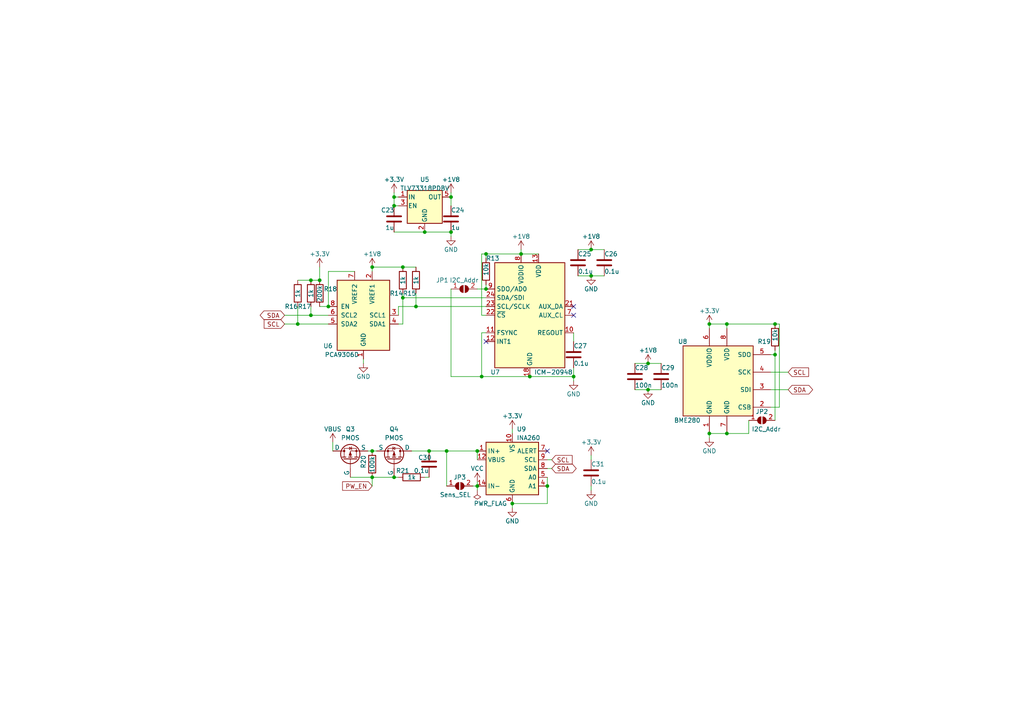
<source format=kicad_sch>
(kicad_sch (version 20230121) (generator eeschema)
  (paper "A4")
  (lib_symbols
    (symbol "Device:C" (pin_numbers hide) (pin_names (offset 0.254))
      (property "Reference" "C" (at 0.635 2.54 0))
      (property "Value" "C" (at 0.635 -2.54 0))
      (symbol "C_0_1"
        (polyline (pts (xy -2.032 -0.762) (xy 2.032 -0.762)) (stroke (width 0.508)))
        (polyline (pts (xy -2.032 0.762) (xy 2.032 0.762)) (stroke (width 0.508)))
      )
      (symbol "C_1_1"
        (pin passive line (at 0 3.81 270) (length 2.794) (name "~") (number "1"))
        (pin passive line (at 0 -3.81 90) (length 2.794) (name "~") (number "2"))
      )
    )
    (symbol "Device:R" (pin_numbers hide) (pin_names (offset 0))
      (property "Reference" "R" (at 2.032 0 90))
      (property "Value" "R" (at 0 0 90))
      (symbol "R_0_1"
        (rectangle (start -1.016 -2.54) (end 1.016 2.54) (stroke (width 0.254)))
      )
      (symbol "R_1_1"
        (pin passive line (at 0 3.81 270) (length 1.27) (name "~") (number "1"))
        (pin passive line (at 0 -3.81 90) (length 1.27) (name "~") (number "2"))
      )
    )
    (symbol "Interface:PCA9306D" (pin_names (offset 1.016))
      (property "Reference" "U" (at -7.62 11.43 0))
      (property "Value" "PCA9306D" (at 3.81 11.43 0))
      (symbol "PCA9306D_0_1"
        (rectangle (start -7.62 10.16) (end 7.62 -10.16) (stroke (width 0.254)) (fill (type background)))
      )
      (symbol "PCA9306D_1_1"
        (pin power_in line (at 0 -12.7 90) (length 2.54) (name "GND") (number "1"))
        (pin power_in line (at -2.54 12.7 270) (length 2.54) (name "VREF1") (number "2"))
        (pin bidirectional line (at -10.16 0 0) (length 2.54) (name "SCL1") (number "3"))
        (pin bidirectional line (at -10.16 -2.54 0) (length 2.54) (name "SDA1") (number "4"))
        (pin bidirectional line (at 10.16 -2.54 180) (length 2.54) (name "SDA2") (number "5"))
        (pin bidirectional line (at 10.16 0 180) (length 2.54) (name "SCL2") (number "6"))
        (pin power_in line (at 2.54 12.7 270) (length 2.54) (name "VREF2") (number "7"))
        (pin input line (at 10.16 2.54 180) (length 2.54) (name "EN") (number "8"))
      )
    )
    (symbol "Jumper:SolderJumper_2_Open" (pin_names (offset 0) hide)
      (property "Reference" "JP" (at 0 2.032 0))
      (property "Value" "SolderJumper_2_Open" (at 0 -2.54 0))
      (symbol "SolderJumper_2_Open_0_1"
        (arc (start -0.254 1.016) (mid -1.2656 0) (end -0.254 -1.016))
        (arc (start -0.254 1.016) (mid -1.2656 0) (end -0.254 -1.016) (fill (type outline)))
        (polyline (pts (xy -0.254 1.016) (xy -0.254 -1.016)))
        (polyline (pts (xy 0.254 1.016) (xy 0.254 -1.016)))
        (arc (start 0.254 -1.016) (mid 1.2656 0) (end 0.254 1.016))
        (arc (start 0.254 -1.016) (mid 1.2656 0) (end 0.254 1.016) (fill (type outline)))
      )
      (symbol "SolderJumper_2_Open_1_1"
        (pin passive line (at -3.81 0 0) (length 2.54) (name "A") (number "1"))
        (pin passive line (at 3.81 0 180) (length 2.54) (name "B") (number "2"))
      )
    )
    (symbol "Regulator_Linear:TLV73318PDBV" (pin_names (offset 0.254))
      (property "Reference" "U" (at -3.81 5.715 0))
      (property "Value" "TLV73318PDBV" (at 0 5.715 0))
      (symbol "TLV73318PDBV_0_1"
        (rectangle (start -5.08 4.445) (end 5.08 -5.08) (stroke (width 0.254)) (fill (type background)))
      )
      (symbol "TLV73318PDBV_1_1"
        (pin power_in line (at -7.62 2.54 0) (length 2.54) (name "IN") (number "1"))
        (pin power_in line (at 0 -7.62 90) (length 2.54) (name "GND") (number "2"))
        (pin input line (at -7.62 0 0) (length 2.54) (name "EN") (number "3"))
        (pin no_connect line (at 5.08 0 180) (length 2.54) hide (name "NC") (number "4"))
        (pin power_out line (at 7.62 2.54 180) (length 2.54) (name "OUT") (number "5"))
      )
    )
    (symbol "Sensor:BME280"
      (property "Reference" "U" (at -8.89 11.43 0))
      (property "Value" "BME280" (at 7.62 11.43 0))
      (symbol "BME280_0_1"
        (rectangle (start -10.16 10.16) (end 10.16 -10.16) (stroke (width 0.254)) (fill (type background)))
      )
      (symbol "BME280_1_1"
        (pin power_in line (at -2.54 -15.24 90) (length 5.08) (name "GND") (number "1"))
        (pin input line (at 15.24 -7.62 180) (length 5.08) (name "CSB") (number "2"))
        (pin bidirectional line (at 15.24 -2.54 180) (length 5.08) (name "SDI") (number "3"))
        (pin input line (at 15.24 2.54 180) (length 5.08) (name "SCK") (number "4"))
        (pin bidirectional line (at 15.24 7.62 180) (length 5.08) (name "SDO") (number "5"))
        (pin power_in line (at -2.54 15.24 270) (length 5.08) (name "VDDIO") (number "6"))
        (pin power_in line (at 2.54 -15.24 90) (length 5.08) (name "GND") (number "7"))
        (pin power_in line (at 2.54 15.24 270) (length 5.08) (name "VDD") (number "8"))
      )
    )
    (symbol "Sensor:INA260"
      (property "Reference" "U" (at -6.35 8.89 0))
      (property "Value" "INA260" (at 2.54 8.89 0))
      (symbol "INA260_0_1"
        (rectangle (start -7.62 7.62) (end 7.62 -7.62) (stroke (width 0.254)) (fill (type background)))
      )
      (symbol "INA260_1_1"
        (pin passive line (at -10.16 5.08 0) (length 2.54) (name "IN+") (number "1"))
        (pin power_in line (at 0 10.16 270) (length 2.54) (name "VS") (number "10"))
        (pin passive line (at 0 -10.16 90) (length 2.54) hide (name "GND") (number "11"))
        (pin passive line (at -10.16 2.54 0) (length 2.54) (name "VBUS") (number "12"))
        (pin no_connect line (at 2.54 -7.62 90) (length 2.54) hide (name "NC") (number "13"))
        (pin passive line (at -10.16 -5.08 0) (length 2.54) (name "IN-") (number "14"))
        (pin passive line (at -10.16 -5.08 0) (length 2.54) hide (name "IN-") (number "15"))
        (pin passive line (at -10.16 -5.08 0) (length 2.54) hide (name "IN-") (number "16"))
        (pin passive line (at -10.16 5.08 0) (length 2.54) hide (name "IN+") (number "2"))
        (pin passive line (at -10.16 5.08 0) (length 2.54) hide (name "IN+") (number "3"))
        (pin input line (at 10.16 -5.08 180) (length 2.54) (name "A1") (number "4"))
        (pin input line (at 10.16 -2.54 180) (length 2.54) (name "A0") (number "5"))
        (pin power_in line (at 0 -10.16 90) (length 2.54) (name "GND") (number "6"))
        (pin open_collector line (at 10.16 5.08 180) (length 2.54) (name "ALERT") (number "7"))
        (pin bidirectional line (at 10.16 0 180) (length 2.54) (name "SDA") (number "8"))
        (pin input line (at 10.16 2.54 180) (length 2.54) (name "SCL") (number "9"))
      )
    )
    (symbol "Sensor_Motion:ICM-20948"
      (property "Reference" "U" (at -11.43 16.51 0))
      (property "Value" "ICM-20948" (at 7.62 -16.51 0))
      (symbol "ICM-20948_0_1"
        (rectangle (start -10.16 15.24) (end 10.16 -15.24) (stroke (width 0.254)) (fill (type background)))
      )
      (symbol "ICM-20948_1_1"
        (pin no_connect line (at -10.16 12.7 0) (length 2.54) hide (name "NC") (number "1"))
        (pin passive line (at 12.7 -5.08 180) (length 2.54) (name "REGOUT") (number "10"))
        (pin input line (at -12.7 -5.08 0) (length 2.54) (name "FSYNC") (number "11"))
        (pin output line (at -12.7 -7.62 0) (length 2.54) (name "INT1") (number "12"))
        (pin power_in line (at 2.54 17.78 270) (length 2.54) (name "VDD") (number "13"))
        (pin no_connect line (at 10.16 7.62 180) (length 2.54) hide (name "NC") (number "14"))
        (pin no_connect line (at 10.16 5.08 180) (length 2.54) hide (name "NC") (number "15"))
        (pin no_connect line (at 10.16 -7.62 180) (length 2.54) hide (name "NC") (number "16"))
        (pin no_connect line (at 10.16 -10.16 180) (length 2.54) hide (name "NC") (number "17"))
        (pin power_in line (at 0 -17.78 90) (length 2.54) (name "GND") (number "18"))
        (pin no_connect line (at 10.16 -12.7 180) (length 2.54) hide (name "RESV") (number "19"))
        (pin no_connect line (at -10.16 10.16 0) (length 2.54) hide (name "NC") (number "2"))
        (pin passive line (at 0 -17.78 90) (length 2.54) hide (name "GND") (number "20"))
        (pin bidirectional line (at 12.7 2.54 180) (length 2.54) (name "AUX_DA") (number "21"))
        (pin input line (at -12.7 0 0) (length 2.54) (name "~{CS}") (number "22"))
        (pin input line (at -12.7 2.54 0) (length 2.54) (name "SCL/SCLK") (number "23"))
        (pin bidirectional line (at -12.7 5.08 0) (length 2.54) (name "SDA/SDI") (number "24"))
        (pin no_connect line (at -10.16 -2.54 0) (length 2.54) hide (name "NC") (number "3"))
        (pin no_connect line (at -10.16 -10.16 0) (length 2.54) hide (name "NC") (number "4"))
        (pin no_connect line (at -10.16 -12.7 0) (length 2.54) hide (name "NC") (number "5"))
        (pin no_connect line (at 10.16 10.16 180) (length 2.54) hide (name "NC") (number "6"))
        (pin output line (at 12.7 0 180) (length 2.54) (name "AUX_CL") (number "7"))
        (pin power_in line (at -2.54 17.78 270) (length 2.54) (name "VDDIO") (number "8"))
        (pin bidirectional line (at -12.7 7.62 0) (length 2.54) (name "SDO/AD0") (number "9"))
      )
    )
    (symbol "Simulation_SPICE:PMOS" (pin_numbers hide) (pin_names (offset 0))
      (property "Reference" "Q" (at 5.08 1.27 0))
      (property "Value" "PMOS" (at 5.08 -1.27 0))
      (symbol "PMOS_0_1"
        (polyline (pts (xy 0.254 0) (xy -2.54 0)))
        (polyline (pts (xy 0.254 1.905) (xy 0.254 -1.905)) (stroke (width 0.254)))
        (polyline (pts (xy 0.762 -1.27) (xy 0.762 -2.286)) (stroke (width 0.254)))
        (polyline (pts (xy 0.762 0.508) (xy 0.762 -0.508)) (stroke (width 0.254)))
        (polyline (pts (xy 0.762 2.286) (xy 0.762 1.27)) (stroke (width 0.254)))
        (polyline (pts (xy 2.54 2.54) (xy 2.54 1.778)))
        (polyline (pts (xy 2.54 -2.54) (xy 2.54 0) (xy 0.762 0)))
        (polyline (pts (xy 0.762 1.778) (xy 3.302 1.778) (xy 3.302 -1.778) (xy 0.762 -1.778)))
        (polyline (pts (xy 2.286 0) (xy 1.27 0.381) (xy 1.27 -0.381) (xy 2.286 0)) (fill (type outline)))
        (polyline (pts (xy 2.794 -0.508) (xy 2.921 -0.381) (xy 3.683 -0.381) (xy 3.81 -0.254)))
        (polyline (pts (xy 3.302 -0.381) (xy 2.921 0.254) (xy 3.683 0.254) (xy 3.302 -0.381)))
        (circle (center 1.651 0) (radius 2.794) (stroke (width 0.254)))
        (circle (center 2.54 -1.778) (radius 0.254) (fill (type outline)))
        (circle (center 2.54 1.778) (radius 0.254) (fill (type outline)))
      )
      (symbol "PMOS_1_1"
        (pin passive line (at 2.54 5.08 270) (length 2.54) (name "D") (number "1"))
        (pin input line (at -5.08 0 0) (length 2.54) (name "G") (number "2"))
        (pin passive line (at 2.54 -5.08 90) (length 2.54) (name "S") (number "3"))
      )
    )
    (symbol "power:+1V8" (power) (pin_names (offset 0))
      (property "Value" "+1V8" (at 0 3.556 0))
      (symbol "+1V8_0_1"
        (polyline (pts (xy -0.762 1.27) (xy 0 2.54)))
        (polyline (pts (xy 0 0) (xy 0 2.54)))
        (polyline (pts (xy 0 2.54) (xy 0.762 1.27)))
      )
      (symbol "+1V8_1_1"
        (pin power_in line (at 0 0 90) (length 0) hide (name "+1V8") (number "1"))
      )
    )
    (symbol "power:+3.3V" (power) (pin_names (offset 0))
      (property "Value" "+3.3V" (at 0 3.556 0))
      (symbol "+3.3V_0_1"
        (polyline (pts (xy -0.762 1.27) (xy 0 2.54)))
        (polyline (pts (xy 0 0) (xy 0 2.54)))
        (polyline (pts (xy 0 2.54) (xy 0.762 1.27)))
      )
      (symbol "+3.3V_1_1"
        (pin power_in line (at 0 0 90) (length 0) hide (name "+3.3V") (number "1"))
      )
    )
    (symbol "power:GND" (power) (pin_names (offset 0))
      (property "Value" "GND" (at 0 -3.81 0))
      (symbol "GND_0_1"
        (polyline (pts (xy 0 0) (xy 0 -1.27) (xy 1.27 -1.27) (xy 0 -2.54) (xy -1.27 -1.27) (xy 0 -1.27)))
      )
      (symbol "GND_1_1"
        (pin power_in line (at 0 0 270) (length 0) hide (name "GND") (number "1"))
      )
    )
    (symbol "power:PWR_FLAG" (power) (pin_numbers hide) (pin_names (offset 0) hide)
      (property "Value" "PWR_FLAG" (at 0 3.81 0))
      (symbol "PWR_FLAG_0_0"
        (pin power_out line (at 0 0 90) (length 0) (name "pwr") (number "1"))
      )
      (symbol "PWR_FLAG_0_1"
        (polyline (pts (xy 0 0) (xy 0 1.27) (xy -1.016 1.905) (xy 0 2.54) (xy 1.016 1.905) (xy 0 1.27)))
      )
    )
    (symbol "power:VBUS" (power) (pin_names (offset 0))
      (property "Value" "VBUS" (at 0 3.81 0))
      (symbol "VBUS_0_1"
        (polyline (pts (xy -0.762 1.27) (xy 0 2.54)))
        (polyline (pts (xy 0 0) (xy 0 2.54)))
        (polyline (pts (xy 0 2.54) (xy 0.762 1.27)))
      )
      (symbol "VBUS_1_1"
        (pin power_in line (at 0 0 90) (length 0) hide (name "VBUS") (number "1"))
      )
    )
    (symbol "power:VCC" (power) (pin_names (offset 0))
      (property "Value" "VCC" (at 0 3.81 0))
      (symbol "VCC_0_1"
        (polyline (pts (xy -0.762 1.27) (xy 0 2.54)))
        (polyline (pts (xy 0 0) (xy 0 2.54)))
        (polyline (pts (xy 0 2.54) (xy 0.762 1.27)))
      )
      (symbol "VCC_1_1"
        (pin power_in line (at 0 0 90) (length 0) hide (name "VCC") (number "1"))
      )
    )
  )
  (junction (at 138.43 130.81))
  (junction (at 158.75 140.97))
  (junction (at 205.74 93.98))
  (junction (at 151.13 73.66))
  (junction (at 187.96 105.41))
  (junction (at 86.36 93.98))
  (junction (at 138.43 140.97))
  (junction (at 114.3 138.43))
  (junction (at 107.95 138.43))
  (junction (at 129.54 130.81))
  (junction (at 116.84 86.36))
  (junction (at 224.79 93.98))
  (junction (at 114.3 59.69))
  (junction (at 148.59 146.05))
  (junction (at 205.74 125.73))
  (junction (at 171.45 80.01))
  (junction (at 116.84 77.47))
  (junction (at 130.81 57.15))
  (junction (at 187.96 113.03))
  (junction (at 123.19 67.31))
  (junction (at 166.37 109.22))
  (junction (at 92.71 81.28))
  (junction (at 114.3 57.15))
  (junction (at 90.17 91.44))
  (junction (at 210.82 125.73))
  (junction (at 90.17 81.28))
  (junction (at 224.79 102.87))
  (junction (at 140.97 83.82))
  (junction (at 139.7 109.22))
  (junction (at 153.67 109.22))
  (junction (at 171.45 72.39))
  (junction (at 107.95 130.81))
  (junction (at 120.65 88.9))
  (junction (at 95.25 88.9))
  (junction (at 107.95 77.47))
  (junction (at 124.46 130.81))
  (junction (at 210.82 93.98))
  (junction (at 130.81 67.31))
  (junction (at 140.97 73.66))
  (no_connect (at 166.37 91.44))
  (no_connect (at 166.37 88.9))
  (no_connect (at 140.97 99.06))
  (no_connect (at 158.75 130.81))
  (wire (pts (xy 120.65 88.9) (xy 140.97 88.9)))
  (wire (pts (xy 138.43 140.97) (xy 138.43 142.24)))
  (wire (pts (xy 158.75 140.97) (xy 158.75 146.05)))
  (wire (pts (xy 105.41 104.14) (xy 105.41 105.41)))
  (wire (pts (xy 107.95 77.47) (xy 116.84 77.47)))
  (wire (pts (xy 158.75 133.35) (xy 160.02 133.35)))
  (wire (pts (xy 107.95 130.81) (xy 109.22 130.81)))
  (wire (pts (xy 114.3 55.88) (xy 114.3 57.15)))
  (wire (pts (xy 151.13 73.66) (xy 156.21 73.66)))
  (wire (pts (xy 166.37 109.22) (xy 166.37 110.49)))
  (wire (pts (xy 92.71 77.47) (xy 92.71 81.28)))
  (wire (pts (xy 166.37 106.68) (xy 166.37 109.22)))
  (wire (pts (xy 120.65 85.09) (xy 120.65 88.9)))
  (wire (pts (xy 153.67 109.22) (xy 166.37 109.22)))
  (wire (pts (xy 137.16 140.97) (xy 138.43 140.97)))
  (wire (pts (xy 171.45 132.08) (xy 171.45 133.35)))
  (wire (pts (xy 116.84 85.09) (xy 116.84 86.36)))
  (wire (pts (xy 139.7 73.66) (xy 140.97 73.66)))
  (wire (pts (xy 223.52 113.03) (xy 228.6 113.03)))
  (wire (pts (xy 107.95 77.47) (xy 107.95 78.74)))
  (wire (pts (xy 138.43 83.82) (xy 140.97 83.82)))
  (wire (pts (xy 158.75 138.43) (xy 158.75 140.97)))
  (wire (pts (xy 119.38 130.81) (xy 124.46 130.81)))
  (wire (pts (xy 148.59 146.05) (xy 148.59 147.32)))
  (wire (pts (xy 107.95 138.43) (xy 107.95 140.97)))
  (wire (pts (xy 140.97 91.44) (xy 139.7 91.44)))
  (wire (pts (xy 171.45 72.39) (xy 175.26 72.39)))
  (wire (pts (xy 139.7 109.22) (xy 153.67 109.22)))
  (wire (pts (xy 184.15 105.41) (xy 187.96 105.41)))
  (wire (pts (xy 86.36 88.9) (xy 86.36 93.98)))
  (wire (pts (xy 130.81 57.15) (xy 130.81 59.69)))
  (wire (pts (xy 138.43 139.7) (xy 138.43 140.97)))
  (wire (pts (xy 140.97 73.66) (xy 151.13 73.66)))
  (wire (pts (xy 187.96 105.41) (xy 191.77 105.41)))
  (wire (pts (xy 223.52 107.95) (xy 228.6 107.95)))
  (wire (pts (xy 116.84 93.98) (xy 116.84 86.36)))
  (wire (pts (xy 95.25 88.9) (xy 92.71 88.9)))
  (wire (pts (xy 140.97 82.55) (xy 140.97 83.82)))
  (wire (pts (xy 114.3 138.43) (xy 115.57 138.43)))
  (wire (pts (xy 86.36 93.98) (xy 82.55 93.98)))
  (wire (pts (xy 115.57 88.9) (xy 115.57 91.44)))
  (wire (pts (xy 123.19 67.31) (xy 130.81 67.31)))
  (wire (pts (xy 158.75 146.05) (xy 148.59 146.05)))
  (wire (pts (xy 96.52 128.27) (xy 96.52 130.81)))
  (wire (pts (xy 107.95 138.43) (xy 114.3 138.43)))
  (wire (pts (xy 114.3 57.15) (xy 114.3 59.69)))
  (wire (pts (xy 226.06 93.98) (xy 226.06 118.11)))
  (wire (pts (xy 223.52 118.11) (xy 226.06 118.11)))
  (wire (pts (xy 205.74 125.73) (xy 205.74 127)))
  (wire (pts (xy 130.81 55.88) (xy 130.81 57.15)))
  (wire (pts (xy 106.68 130.81) (xy 107.95 130.81)))
  (wire (pts (xy 171.45 80.01) (xy 175.26 80.01)))
  (wire (pts (xy 223.52 102.87) (xy 224.79 102.87)))
  (wire (pts (xy 217.17 125.73) (xy 210.82 125.73)))
  (wire (pts (xy 224.79 102.87) (xy 224.79 121.92)))
  (wire (pts (xy 167.64 72.39) (xy 171.45 72.39)))
  (wire (pts (xy 139.7 91.44) (xy 139.7 73.66)))
  (wire (pts (xy 130.81 67.31) (xy 130.81 68.58)))
  (wire (pts (xy 130.81 83.82) (xy 130.81 109.22)))
  (wire (pts (xy 115.57 93.98) (xy 116.84 93.98)))
  (wire (pts (xy 151.13 72.39) (xy 151.13 73.66)))
  (wire (pts (xy 124.46 130.81) (xy 129.54 130.81)))
  (wire (pts (xy 166.37 96.52) (xy 166.37 99.06)))
  (wire (pts (xy 167.64 80.01) (xy 171.45 80.01)))
  (wire (pts (xy 224.79 93.98) (xy 226.06 93.98)))
  (wire (pts (xy 130.81 109.22) (xy 139.7 109.22)))
  (wire (pts (xy 138.43 130.81) (xy 138.43 133.35)))
  (wire (pts (xy 129.54 130.81) (xy 138.43 130.81)))
  (wire (pts (xy 114.3 59.69) (xy 115.57 59.69)))
  (wire (pts (xy 205.74 93.98) (xy 205.74 95.25)))
  (wire (pts (xy 86.36 81.28) (xy 90.17 81.28)))
  (wire (pts (xy 184.15 113.03) (xy 187.96 113.03)))
  (wire (pts (xy 140.97 96.52) (xy 139.7 96.52)))
  (wire (pts (xy 86.36 93.98) (xy 95.25 93.98)))
  (wire (pts (xy 210.82 93.98) (xy 224.79 93.98)))
  (wire (pts (xy 217.17 121.92) (xy 217.17 125.73)))
  (wire (pts (xy 114.3 67.31) (xy 123.19 67.31)))
  (wire (pts (xy 115.57 57.15) (xy 114.3 57.15)))
  (wire (pts (xy 116.84 86.36) (xy 140.97 86.36)))
  (wire (pts (xy 205.74 93.98) (xy 210.82 93.98)))
  (wire (pts (xy 140.97 73.66) (xy 140.97 74.93)))
  (wire (pts (xy 171.45 140.97) (xy 171.45 142.24)))
  (wire (pts (xy 205.74 125.73) (xy 210.82 125.73)))
  (wire (pts (xy 95.25 78.74) (xy 95.25 88.9)))
  (wire (pts (xy 187.96 113.03) (xy 191.77 113.03)))
  (wire (pts (xy 129.54 130.81) (xy 129.54 140.97)))
  (wire (pts (xy 90.17 91.44) (xy 95.25 91.44)))
  (wire (pts (xy 90.17 88.9) (xy 90.17 91.44)))
  (wire (pts (xy 116.84 77.47) (xy 120.65 77.47)))
  (wire (pts (xy 101.6 138.43) (xy 107.95 138.43)))
  (wire (pts (xy 158.75 135.89) (xy 160.02 135.89)))
  (wire (pts (xy 224.79 101.6) (xy 224.79 102.87)))
  (wire (pts (xy 82.55 91.44) (xy 90.17 91.44)))
  (wire (pts (xy 123.19 138.43) (xy 124.46 138.43)))
  (wire (pts (xy 139.7 96.52) (xy 139.7 109.22)))
  (wire (pts (xy 148.59 124.46) (xy 148.59 125.73)))
  (wire (pts (xy 210.82 93.98) (xy 210.82 95.25)))
  (wire (pts (xy 90.17 81.28) (xy 92.71 81.28)))
  (wire (pts (xy 102.87 78.74) (xy 95.25 78.74)))
  (wire (pts (xy 115.57 88.9) (xy 120.65 88.9)))
  (global_label "PW_EN" (shape input) (at 107.95 140.97 180) (property "Intersheetrefs" "${INTERSHEET_REFS}" (effects hide)))
  (global_label "SCL" (shape input) (at 228.6 107.95 0) (property "Intersheetrefs" "${INTERSHEET_REFS}" (effects hide)))
  (global_label "SCL" (shape input) (at 82.55 93.98 180) (property "Intersheetrefs" "${INTERSHEET_REFS}" (effects hide)))
  (global_label "SDA" (shape bidirectional) (at 228.6 113.03 0) (property "Intersheetrefs" "${INTERSHEET_REFS}" (effects hide)))
  (global_label "SDA" (shape bidirectional) (at 160.02 135.89 0) (property "Intersheetrefs" "${INTERSHEET_REFS}" (effects hide)))
  (global_label "SCL" (shape input) (at 160.02 133.35 0) (property "Intersheetrefs" "${INTERSHEET_REFS}" (effects hide)))
  (global_label "SDA" (shape bidirectional) (at 82.55 91.44 180) (property "Intersheetrefs" "${INTERSHEET_REFS}" (effects hide)))
  (symbol (lib_id "power:+1V8") (at 187.96 105.41 0) (mirror y) (unit 1)
    (property "Reference" "#PWR040" (effects hide))
    (property "Value" "+1V8" (at 187.96 101.6 0))
  )
  (symbol (lib_id "Device:R") (at 120.65 81.28 0) (unit 1)
    (property "Reference" "R15" (at 116.84 85.09 0) (effects (justify left)))
    (property "Value" "1k" (at 120.65 82.55 90) (effects (justify left)))
  )
  (symbol (lib_id "Device:C") (at 175.26 76.2 0) (unit 1)
    (property "Reference" "C26" (at 175.26 73.66 0) (effects (justify left)))
    (property "Value" "0.1u" (at 175.26 78.74 0) (effects (justify left)))
  )
  (symbol (lib_id "Interface:PCA9306D") (at 105.41 91.44 0) (mirror y) (unit 1)
    (property "Reference" "U6" (at 96.52 100.33 0) (effects (justify left)))
    (property "Value" "PCA9306D" (at 104.14 102.87 0) (effects (justify left)))
    (property "Footprint" "Package_SON:X2SON-8_1.4x1mm_P0.35mm" (effects hide))
    (property "Datasheet" "https://www.nxp.com/docs/en/data-sheet/PCA9306.pdf" (effects hide))
  )
  (symbol (lib_id "power:+1V8") (at 107.95 77.47 0) (mirror y) (unit 1)
    (property "Reference" "#PWR036" (effects hide))
    (property "Value" "+1V8" (at 107.95 73.66 0))
  )
  (symbol (lib_id "power:GND") (at 205.74 127 0) (mirror y) (unit 1)
    (property "Reference" "#PWR044" (effects hide))
    (property "Value" "GND" (at 205.74 130.81 0))
  )
  (symbol (lib_id "Sensor:INA260") (at 148.59 135.89 0) (unit 1)
    (property "Reference" "U9" (at 149.86 124.46 0) (effects (justify left)))
    (property "Value" "INA260" (at 149.86 127 0) (effects (justify left)))
    (property "Footprint" "Package_SO:TSSOP-16_4.4x5mm_P0.65mm" (effects hide))
    (property "Datasheet" "http://www.ti.com/lit/ds/symlink/ina260.pdf" (effects hide))
  )
  (symbol (lib_id "power:VBUS") (at 96.52 128.27 0) (unit 1)
    (property "Reference" "#PWR045" (effects hide))
    (property "Value" "VBUS" (at 96.52 124.46 0))
  )
  (symbol (lib_id "Device:C") (at 171.45 137.16 0) (unit 1)
    (property "Reference" "C31" (at 171.45 134.62 0) (effects (justify left)))
    (property "Value" "0.1u" (at 171.45 139.7 0) (effects (justify left)))
  )
  (symbol (lib_id "power:GND") (at 171.45 142.24 0) (mirror y) (unit 1)
    (property "Reference" "#PWR048" (effects hide))
    (property "Value" "GND" (at 171.45 146.05 0))
  )
  (symbol (lib_id "power:+3.3V") (at 148.59 124.46 0) (unit 1)
    (property "Reference" "#PWR043" (effects hide))
    (property "Value" "+3.3V" (at 148.59 120.65 0))
  )
  (symbol (lib_id "Regulator_Linear:TLV73318PDBV") (at 123.19 59.69 0) (unit 1)
    (property "Reference" "U5" (at 123.19 52.07 0))
    (property "Value" "TLV73318PDBV" (at 123.19 54.61 0))
    (property "Footprint" "Package_TO_SOT_SMD:SOT-23-5" (effects hide))
    (property "Datasheet" "http://www.ti.com/lit/ds/symlink/tlv733p.pdf" (effects hide))
  )
  (symbol (lib_id "Jumper:SolderJumper_2_Open") (at 220.98 121.92 0) (unit 1)
    (property "Reference" "JP2" (at 220.98 119.38 0))
    (property "Value" "I2C_Addr" (at 222.25 124.46 0))
  )
  (symbol (lib_id "Device:C") (at 167.64 76.2 0) (unit 1)
    (property "Reference" "C25" (at 167.64 73.66 0) (effects (justify left)))
    (property "Value" "0.1u" (at 167.64 78.74 0) (effects (justify left)))
  )
  (symbol (lib_id "power:GND") (at 187.96 113.03 0) (mirror y) (unit 1)
    (property "Reference" "#PWR042" (effects hide))
    (property "Value" "GND" (at 187.96 116.84 0))
  )
  (symbol (lib_id "Device:R") (at 90.17 85.09 0) (unit 1)
    (property "Reference" "R17" (at 86.36 88.9 0) (effects (justify left)))
    (property "Value" "1k" (at 90.17 86.36 90) (effects (justify left)))
  )
  (symbol (lib_id "power:+3.3V") (at 114.3 55.88 0) (unit 1)
    (property "Reference" "#PWR030" (effects hide))
    (property "Value" "+3.3V" (at 114.3 52.07 0))
  )
  (symbol (lib_id "power:GND") (at 171.45 80.01 0) (mirror y) (unit 1)
    (property "Reference" "#PWR037" (effects hide))
    (property "Value" "GND" (at 171.45 83.82 0))
  )
  (symbol (lib_id "power:+1V8") (at 151.13 72.39 0) (mirror y) (unit 1)
    (property "Reference" "#PWR033" (effects hide))
    (property "Value" "+1V8" (at 151.13 68.58 0))
  )
  (symbol (lib_id "Device:C") (at 184.15 109.22 0) (unit 1)
    (property "Reference" "C28" (at 184.15 106.68 0) (effects (justify left)))
    (property "Value" "100n" (at 184.15 111.76 0) (effects (justify left)))
  )
  (symbol (lib_id "Device:C") (at 191.77 109.22 0) (unit 1)
    (property "Reference" "C29" (at 191.77 106.68 0) (effects (justify left)))
    (property "Value" "100n" (at 191.77 111.76 0) (effects (justify left)))
  )
  (symbol (lib_id "Device:R") (at 140.97 78.74 0) (unit 1)
    (property "Reference" "R13" (at 140.97 74.93 0) (effects (justify left)))
    (property "Value" "10k" (at 140.97 80.01 90) (effects (justify left)))
  )
  (symbol (lib_id "Device:C") (at 124.46 134.62 0) (unit 1)
    (property "Reference" "C30" (at 121.285 132.715 0) (effects (justify left)))
    (property "Value" "0.1u" (at 120.015 136.525 0) (effects (justify left)))
  )
  (symbol (lib_id "Device:R") (at 224.79 97.79 0) (unit 1)
    (property "Reference" "R19" (at 219.71 99.06 0) (effects (justify left)))
    (property "Value" "10k" (at 224.79 99.06 90) (effects (justify left)))
  )
  (symbol (lib_id "power:PWR_FLAG") (at 138.43 142.24 0) (mirror x) (unit 1)
    (property "Reference" "#FLG04" (effects hide))
    (property "Value" "PWR_FLAG" (at 142.24 146.05 0))
  )
  (symbol (lib_id "Simulation_SPICE:PMOS") (at 101.6 133.35 90) (unit 1)
    (property "Reference" "Q3" (at 101.6 124.46 90))
    (property "Value" "PMOS" (at 101.6 127 90))
    (property "Datasheet" "https://ngspice.sourceforge.io/docs/ngspice-html-manual/manual.xhtml#cha_MOSFETs" (effects hide))
    (property "Sim.Device" "PMOS" (effects hide))
    (property "Sim.Type" "VDMOS" (effects hide))
    (property "Sim.Pins" "1=D 2=G 3=S" (effects hide))
  )
  (symbol (lib_id "Device:C") (at 130.81 63.5 0) (unit 1)
    (property "Reference" "C24" (at 130.81 60.96 0) (effects (justify left)))
    (property "Value" "1u" (at 130.81 66.04 0) (effects (justify left)))
  )
  (symbol (lib_id "Device:R") (at 92.71 85.09 0) (mirror y) (unit 1)
    (property "Reference" "R18" (at 97.79 83.82 0) (effects (justify left)))
    (property "Value" "200k" (at 92.71 87.63 90) (effects (justify left)))
  )
  (symbol (lib_id "Device:R") (at 107.95 134.62 0) (unit 1)
    (property "Reference" "R20" (at 105.41 135.89 90) (effects (justify left)))
    (property "Value" "100k" (at 107.95 137.16 90) (effects (justify left)))
  )
  (symbol (lib_id "power:+3.3V") (at 205.74 93.98 0) (unit 1)
    (property "Reference" "#PWR038" (effects hide))
    (property "Value" "+3.3V" (at 205.74 90.17 0))
  )
  (symbol (lib_id "Sensor:BME280") (at 208.28 110.49 0) (unit 1)
    (property "Reference" "U8" (at 199.39 99.06 0) (effects (justify right)))
    (property "Value" "BME280" (at 203.2 121.92 0) (effects (justify right)))
    (property "Footprint" "Package_LGA:Bosch_LGA-8_2.5x2.5mm_P0.65mm_ClockwisePinNumbering" (effects hide))
    (property "Datasheet" "https://www.bosch-sensortec.com/media/boschsensortec/downloads/datasheets/bst-bme280-ds002.pdf" (effects hide))
  )
  (symbol (lib_id "Device:C") (at 166.37 102.87 0) (unit 1)
    (property "Reference" "C27" (at 166.37 100.33 0) (effects (justify left)))
    (property "Value" "0.1u" (at 166.37 105.41 0) (effects (justify left)))
  )
  (symbol (lib_id "power:GND") (at 130.81 68.58 0) (unit 1)
    (property "Reference" "#PWR032" (effects hide))
    (property "Value" "GND" (at 130.81 72.39 0))
  )
  (symbol (lib_id "Jumper:SolderJumper_2_Open") (at 133.35 140.97 0) (unit 1)
    (property "Reference" "JP3" (at 133.35 138.43 0))
    (property "Value" "Sens_SEL" (at 132.08 143.51 0))
  )
  (symbol (lib_id "Simulation_SPICE:PMOS") (at 114.3 133.35 270) (mirror x) (unit 1)
    (property "Reference" "Q4" (at 114.3 124.46 90))
    (property "Value" "PMOS" (at 114.3 127 90))
    (property "Datasheet" "https://ngspice.sourceforge.io/docs/ngspice-html-manual/manual.xhtml#cha_MOSFETs" (effects hide))
    (property "Sim.Device" "PMOS" (effects hide))
    (property "Sim.Type" "VDMOS" (effects hide))
    (property "Sim.Pins" "1=D 2=G 3=S" (effects hide))
  )
  (symbol (lib_id "Device:R") (at 119.38 138.43 90) (unit 1)
    (property "Reference" "R21" (at 118.745 136.525 90) (effects (justify left)))
    (property "Value" "1k" (at 120.65 138.43 90) (effects (justify left)))
  )
  (symbol (lib_id "Device:R") (at 116.84 81.28 0) (unit 1)
    (property "Reference" "R14" (at 113.03 85.09 0) (effects (justify left)))
    (property "Value" "1k" (at 116.84 82.55 90) (effects (justify left)))
  )
  (symbol (lib_id "power:+3.3V") (at 92.71 77.47 0) (mirror y) (unit 1)
    (property "Reference" "#PWR035" (effects hide))
    (property "Value" "+3.3V" (at 92.71 73.66 0))
  )
  (symbol (lib_id "power:VCC") (at 138.43 139.7 0) (unit 1)
    (property "Reference" "#PWR047" (effects hide))
    (property "Value" "VCC" (at 138.43 135.89 0))
  )
  (symbol (lib_id "power:+1V8") (at 130.81 55.88 0) (unit 1)
    (property "Reference" "#PWR031" (effects hide))
    (property "Value" "+1V8" (at 130.81 52.07 0))
  )
  (symbol (lib_id "Sensor_Motion:ICM-20948") (at 153.67 91.44 0) (unit 1)
    (property "Reference" "U7" (at 142.24 107.95 0) (effects (justify left)))
    (property "Value" "ICM-20948" (at 154.94 107.95 0) (effects (justify left)))
    (property "Footprint" "Sensor_Motion:InvenSense_QFN-24_3x3mm_P0.4mm" (effects hide))
    (property "Datasheet" "http://www.invensense.com/wp-content/uploads/2016/06/DS-000189-ICM-20948-v1.3.pdf" (effects hide))
  )
  (symbol (lib_id "power:+1V8") (at 171.45 72.39 0) (mirror y) (unit 1)
    (property "Reference" "#PWR034" (effects hide))
    (property "Value" "+1V8" (at 171.45 68.58 0))
  )
  (symbol (lib_id "Device:C") (at 114.3 63.5 0) (unit 1)
    (property "Reference" "C23" (at 110.49 60.96 0) (effects (justify left)))
    (property "Value" "1u" (at 111.76 66.04 0) (effects (justify left)))
  )
  (symbol (lib_id "power:GND") (at 148.59 147.32 0) (mirror y) (unit 1)
    (property "Reference" "#PWR049" (effects hide))
    (property "Value" "GND" (at 148.59 151.13 0))
  )
  (symbol (lib_id "power:+3.3V") (at 171.45 132.08 0) (unit 1)
    (property "Reference" "#PWR046" (effects hide))
    (property "Value" "+3.3V" (at 171.45 128.27 0))
  )
  (symbol (lib_id "Device:R") (at 86.36 85.09 0) (unit 1)
    (property "Reference" "R16" (at 82.55 88.9 0) (effects (justify left)))
    (property "Value" "1k" (at 86.36 86.36 90) (effects (justify left)))
  )
  (symbol (lib_id "Jumper:SolderJumper_2_Open") (at 134.62 83.82 0) (unit 1)
    (property "Reference" "JP1" (at 128.27 81.28 0))
    (property "Value" "I2C_Addr" (at 134.62 81.28 0))
  )
  (symbol (lib_id "power:GND") (at 166.37 110.49 0) (mirror y) (unit 1)
    (property "Reference" "#PWR041" (effects hide))
    (property "Value" "GND" (at 166.37 114.3 0))
  )
  (symbol (lib_id "power:GND") (at 105.41 105.41 0) (mirror y) (unit 1)
    (property "Reference" "#PWR039" (effects hide))
    (property "Value" "GND" (at 105.41 109.22 0))
  )
)
</source>
